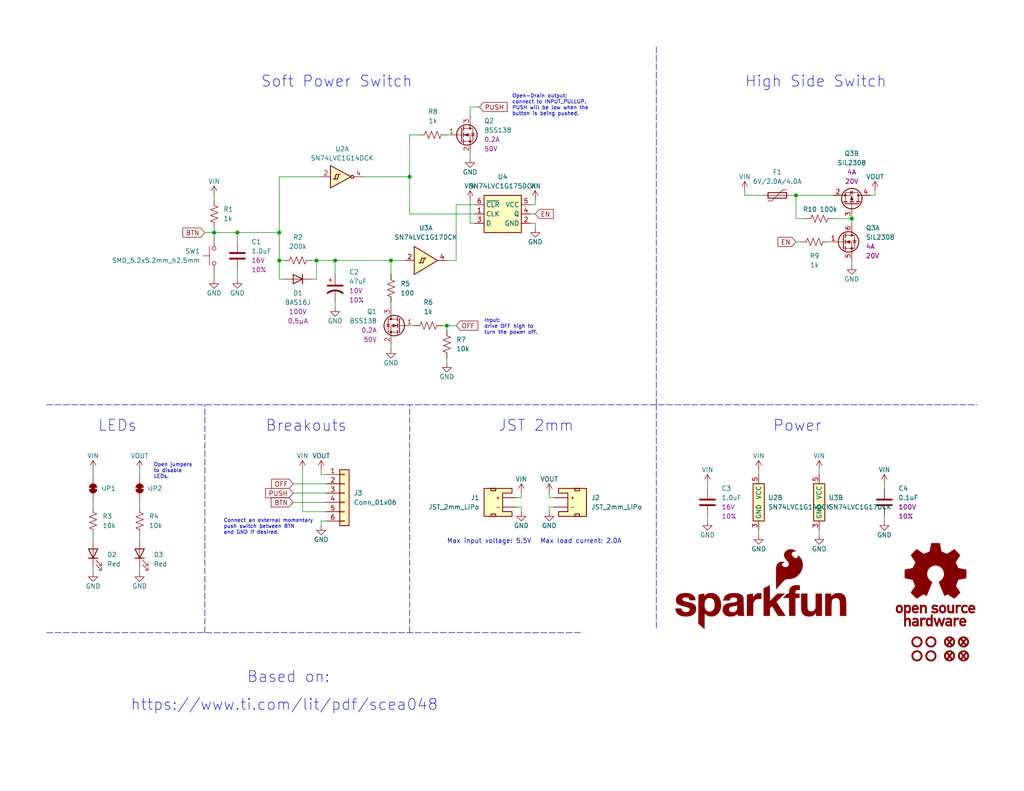
<source format=kicad_sch>
(kicad_sch (version 20231120) (generator "eeschema") (generator_version "8.0")
  (paper "USLetter")
  (title_block (title "SparkFun Soft Power Switch Mk2") (date "2024-09-30") (rev "v10") (comment 1 "Designed by: Paul Clark"))
  (lib_symbols
    (symbol "SparkFun-Aesthetic:Fiducial_0.5mm"
      (symbol "Fiducial_0.5mm_1_1"
        (text "x" (at 0 0.254 0) (effects (font (size 2.5 2.5) (bold yes))))
      )
    )
    (symbol "SparkFun-Aesthetic:OSHW_Logo" (pin_names (offset 1.016)) (in_bom no))
    (symbol "SparkFun-Aesthetic:SparkFun_Logo" (pin_names (offset 1.016)) (on_board no))
    (symbol "SparkFun-Capacitor:0.1uF_0603_100V_10%" (pin_numbers hide) (pin_names (offset 0.254))
      (property "Reference" "C" (at 0.635 2.54 0))
      (property "Value" "0.1uF" (at 0.635 -2.54 0))
      (property "Voltage" "100V" (at 0 -6.35 0))
      (property "Tolerance" "10%" (at 0 -8.89 0))
      (symbol "0.1uF_0603_100V_10%_1_1"
        (pin passive line (at 0 3.81 270) (length 2.794) (name "~") (number "1"))
        (pin passive line (at 0 -3.81 90) (length 2.794) (name "~") (number "2"))
      )
    )
    (symbol "SparkFun-Capacitor:1.0uF_0603_16V_10%" (pin_numbers hide) (pin_names (offset 0.254))
      (property "Reference" "C" (at 0.635 2.54 0))
      (property "Value" "1.0uF" (at 0.635 -2.54 0))
      (property "Voltage" "16V" (at 0 -6.35 0))
      (property "Tolerance" "10%" (at 0 -8.89 0))
      (symbol "1.0uF_0603_16V_10%_1_1"
        (pin passive line (at 0 3.81 270) (length 2.794) (name "~") (number "1"))
        (pin passive line (at 0 -3.81 90) (length 2.794) (name "~") (number "2"))
      )
    )
    (symbol "SparkFun-Capacitor:47uF_3528_10V_10%" (pin_numbers hide) (pin_names (offset 0.254) hide)
      (property "Reference" "C" (at 0.635 2.54 0))
      (property "Value" "47uF" (at 0.635 -2.54 0))
      (property "Voltage" "10V" (at 0 -7.62 0))
      (property "Tolerance" "10%" (at 0 -10.16 0))
      (symbol "47uF_3528_10V_10%_1_1"
        (pin passive line (at 0 3.81 270) (length 2.794) (name "~") (number "1"))
        (pin passive line (at 0 -3.81 90) (length 3.302) (name "~") (number "2"))
      )
    )
    (symbol "SparkFun-Connector:Conn_01x02_JST_2mm_LiPo" (pin_numbers hide) (pin_names (offset 1.016) hide)
      (property "Reference" "J" (at 0 5.08 0))
      (property "Value" "JST_2mm_LiPo" (at 0 -8.89 0))
      (symbol "Conn_01x02_JST_2mm_LiPo_1_1"
        (text "+" (at 0 0 0) (effects (font (size 1 1))))
        (text "-" (at 0 -2.54 0) (effects (font (size 1 1))))
        (pin passive line (at -5.08 -2.54 0) (length 3.81) (name "-") (number "1"))
        (pin passive line (at -5.08 0 0) (length 3.81) (name "+") (number "2"))
        (pin no_connect line (at 1.27 -1.27 0) (length 2.54) hide (name "NC1") (number "NC1"))
        (pin no_connect line (at 1.27 -1.27 0) (length 2.54) hide (name "NC2") (number "NC2"))
      )
    )
    (symbol "SparkFun-Connector:Conn_01x06" (pin_names (offset 1.016) hide)
      (property "Reference" "J" (at 0 7.62 0))
      (property "Value" "Conn_01x06" (at 0 -10.16 0))
      (symbol "Conn_01x06_1_1"
        (pin passive line (at -5.08 5.08 0) (length 3.81) (name "Pin_1") (number "1"))
        (pin passive line (at -5.08 2.54 0) (length 3.81) (name "Pin_2") (number "2"))
        (pin passive line (at -5.08 0 0) (length 3.81) (name "Pin_3") (number "3"))
        (pin passive line (at -5.08 -2.54 0) (length 3.81) (name "Pin_4") (number "4"))
        (pin passive line (at -5.08 -5.08 0) (length 3.81) (name "Pin_5") (number "5"))
        (pin passive line (at -5.08 -7.62 0) (length 3.81) (name "Pin_6") (number "6"))
      )
    )
    (symbol "SparkFun-DiscreteSemi:D_250mA_100V" (pin_numbers hide) (pin_names (offset 1.016) hide)
      (property "Reference" "D" (at 0 2.54 0))
      (property "Value" "BAS16J" (at 0 -2.54 0))
      (property "VMax" "100V" (at 0 -5.08 0))
      (property "IRev" "0.5μA" (at 0 -7.62 0))
      (symbol "D_250mA_100V_1_1"
        (pin passive line (at 3.81 0 180) (length 2.54) (name "A") (number "A"))
        (pin passive line (at -3.81 0 0) (length 2.54) (name "C") (number "C"))
      )
    )
    (symbol "SparkFun-DiscreteSemi:Q_NMOS_0.2A_50V" (pin_names (offset 0) hide)
      (property "Reference" "Q" (at 5.08 1.27 0))
      (property "Value" "BSS138" (at 5.08 -1.27 0))
      (property "IMax" "0.2A" (at 7.62 -3.81 0))
      (property "VMax" "50V" (at 7.62 -6.35 0))
      (symbol "Q_NMOS_0.2A_50V_1_1"
        (pin input line (at -2.54 0 0) (length 0) (name "G") (number "1"))
        (pin passive line (at 2.54 -5.08 90) (length 2.54) (name "S") (number "2"))
        (pin passive line (at 2.54 5.08 270) (length 2.54) (name "D") (number "3"))
      )
    )
    (symbol "SparkFun-DiscreteSemi:Q_NPMOS_DUAL_4A_20V" (pin_names hide)
      (property "Reference" "Q" (at 5.08 1.905 0))
      (property "Value" "SIL2308" (at 5.08 0 0))
      (property "IMax" "4A" (at 6.35 -2.54 0))
      (property "VMax" "20V" (at 7.62 -5.08 0))
      (symbol "Q_NPMOS_DUAL_4A_20V_1_1"
        (pin input line (at -2.54 0 0) (length 0) (name "G") (number "1"))
        (pin passive line (at 2.54 -5.08 90) (length 2.54) (name "S") (number "5"))
        (pin passive line (at 2.54 5.08 270) (length 2.54) (name "D") (number "6"))
      )
      (symbol "Q_NPMOS_DUAL_4A_20V_2_1"
        (pin passive line (at 2.54 -5.08 90) (length 2.54) (name "1") (number "2"))
        (pin input line (at -2.54 0 0) (length 0) (name "G") (number "3"))
        (pin passive line (at 2.54 5.08 270) (length 2.54) (name "D") (number "4"))
      )
    )
    (symbol "SparkFun-Fuse:Fuse 6V/2.0A/4.0A" (pin_numbers hide) (pin_names (offset 0))
      (property "Reference" "F" (at 0 2.54 0))
      (property "Value" "6V/2.0A/4.0A" (at 0 -2.54 0))
      (symbol "Fuse 6V/2.0A/4.0A_1_1"
        (pin passive line (at 3.81 0 180) (length 1.27) (name "~") (number "1"))
        (pin passive line (at -3.81 0 0) (length 1.27) (name "~") (number "2"))
      )
    )
    (symbol "SparkFun-Hardware:Standoff")
    (symbol "SparkFun-IC-Logic:74LVC1G14"
      (property "Reference" "U" (at 2.54 3.81 0))
      (property "Value" "SN74LVC1G14DCK" (at 2.54 -3.81 0))
      (symbol "74LVC1G14_1_1"
        (pin input line (at -6.35 0 0) (length 2.54) (name "~") (number "2"))
        (pin output line (at 5.08 0 180) (length 2.54) (name "~") (number "4"))
      )
      (symbol "74LVC1G14_2_1"
        (pin power_in line (at 0 -7.62 90) (length 2.54) (name "GND") (number "3"))
        (pin power_in line (at 0 7.62 270) (length 2.54) (name "VCC") (number "5"))
      )
    )
    (symbol "SparkFun-IC-Logic:74LVC1G17"
      (property "Reference" "U" (at 1.905 2.54 0))
      (property "Value" "SN74LVC1G17DCK" (at 1.905 -2.54 0))
      (symbol "74LVC1G17_1_1"
        (pin input line (at -6.35 0 0) (length 2.54) (name "~") (number "2"))
        (pin output line (at 5.08 0 180) (length 2.54) (name "~") (number "4"))
      )
      (symbol "74LVC1G17_2_1"
        (pin power_in line (at 0 -7.62 90) (length 2.54) (name "GND") (number "3"))
        (pin power_in line (at 0 7.62 270) (length 2.54) (name "VCC") (number "5"))
      )
    )
    (symbol "SparkFun-IC-Logic:74LVC1G175"
      (property "Reference" "U" (at 0 8.89 0))
      (property "Value" "SN74LVC1G175DCK" (at 0 6.35 0))
      (symbol "74LVC1G175_1_1"
        (pin input line (at -7.62 0 0) (length 2.54) (name "CLK") (number "1"))
        (pin power_in line (at 7.62 -2.54 180) (length 2.54) (name "GND") (number "2"))
        (pin input line (at -7.62 -2.54 0) (length 2.54) (name "D") (number "3"))
        (pin output line (at 7.62 0 180) (length 2.54) (name "Q") (number "4"))
        (pin power_in line (at 7.62 2.54 180) (length 2.54) (name "VCC") (number "5"))
        (pin input line (at -7.62 2.54 0) (length 2.54) (name "~{CLR}") (number "6"))
      )
    )
    (symbol "SparkFun-Jumper:SolderJumper_2_Bridged" (pin_numbers hide) (pin_names (offset 0) hide)
      (property "Reference" "JP" (at 0 2.032 0))
      (property "Value" "~" (at 0 -2.54 0))
      (symbol "SolderJumper_2_Bridged_1_1"
        (pin passive line (at -3.81 0 0) (length 2.54) (name "A") (number "1"))
        (pin passive line (at 3.81 0 180) (length 2.54) (name "B") (number "2"))
      )
    )
    (symbol "SparkFun-LED:LED_Red_0603" (pin_numbers hide) (pin_names (offset 1.016) hide)
      (property "Reference" "D" (at 0 2.54 0))
      (property "Value" "Red" (at 0 -2.54 0))
      (symbol "LED_Red_0603_1_1"
        (pin passive line (at -3.81 0 0) (length 2.54) (name "K") (number "1"))
        (pin passive line (at 3.81 0 180) (length 2.54) (name "A") (number "2"))
      )
    )
    (symbol "SparkFun-PowerSymbol:GND" (power) (pin_names (offset 0))
      (property "Value" "GND" (at 0 -3.81 0))
      (symbol "GND_1_1"
        (pin power_in line (at 0 0 270) (length 0) hide (name "GND") (number "1"))
      )
    )
    (symbol "SparkFun-PowerSymbol:VIN" (power) (pin_names (offset 0))
      (property "Value" "VIN" (at 0 3.81 0))
      (symbol "VIN_1_1"
        (pin power_in line (at 0 0 90) (length 0) hide (name "VIN") (number "1"))
      )
    )
    (symbol "SparkFun-PowerSymbol:VOUT" (power) (pin_names (offset 0))
      (property "Value" "VOUT" (at 0 3.81 0))
      (symbol "VOUT_1_1"
        (pin power_in line (at 0 0 90) (length 0) hide (name "VOUT") (number "1"))
      )
    )
    (symbol "SparkFun-Resistor:100_0603" (pin_numbers hide) (pin_names (offset 0))
      (property "Reference" "R" (at 0 -2.54 0))
      (property "Value" "100" (at 0 2.54 0))
      (symbol "100_0603_1_1"
        (pin passive line (at 3.81 0 180) (length 1.27) (name "~") (number "1"))
        (pin passive line (at -3.81 0 0) (length 1.27) (name "~") (number "2"))
      )
    )
    (symbol "SparkFun-Resistor:100k_0603" (pin_numbers hide) (pin_names (offset 0))
      (property "Reference" "R" (at 0 -2.54 0))
      (property "Value" "100k" (at 0 2.54 0))
      (symbol "100k_0603_1_1"
        (pin passive line (at 3.81 0 180) (length 1.27) (name "~") (number "1"))
        (pin passive line (at -3.81 0 0) (length 1.27) (name "~") (number "2"))
      )
    )
    (symbol "SparkFun-Resistor:10k_0603" (pin_numbers hide) (pin_names (offset 0))
      (property "Reference" "R" (at 0 -2.54 0))
      (property "Value" "10k" (at 0 2.54 0))
      (symbol "10k_0603_1_1"
        (pin passive line (at 3.81 0 180) (length 1.27) (name "~") (number "1"))
        (pin passive line (at -3.81 0 0) (length 1.27) (name "~") (number "2"))
      )
    )
    (symbol "SparkFun-Resistor:1k_0603" (pin_numbers hide) (pin_names (offset 0))
      (property "Reference" "R" (at 0 -2.54 0))
      (property "Value" "1k" (at 0 2.54 0))
      (symbol "1k_0603_1_1"
        (pin passive line (at 3.81 0 180) (length 1.27) (name "~") (number "1"))
        (pin passive line (at -3.81 0 0) (length 1.27) (name "~") (number "2"))
      )
    )
    (symbol "SparkFun-Resistor:200k_0603" (pin_numbers hide) (pin_names (offset 0))
      (property "Reference" "R" (at 0 -2.54 0))
      (property "Value" "200k" (at 0 2.54 0))
      (symbol "200k_0603_1_1"
        (pin passive line (at 3.81 0 180) (length 1.27) (name "~") (number "1"))
        (pin passive line (at -3.81 0 0) (length 1.27) (name "~") (number "2"))
      )
    )
    (symbol "SparkFun-Switch:SPST_Push_SMD_5.2x5.2mm_h2.5mm" (pin_numbers hide) (pin_names (offset 0) hide)
      (property "Reference" "SW" (at 0 5.08 0))
      (property "Value" "SMD_5.2x5.2mm_h2.5mm" (at 0 -2.54 0))
      (symbol "SPST_Push_SMD_5.2x5.2mm_h2.5mm_0_1"
        (pin passive line (at -5.08 0 0) (length 2.54) (name "1") (number "1"))
      )
      (symbol "SPST_Push_SMD_5.2x5.2mm_h2.5mm_1_1"
        (pin passive line (at 5.08 0 180) (length 2.54) (name "2") (number "2"))
      )
    )
  )
  (junction (at 111.76 48.26))
  (junction (at 86.36 71.12))
  (junction (at 58.42 63.5))
  (junction (at 91.44 71.12))
  (junction (at 232.41 59.69))
  (junction (at 76.2 71.12))
  (junction (at 121.92 88.9))
  (junction (at 64.77 63.5))
  (junction (at 217.17 53.34))
  (junction (at 76.2 63.5))
  (junction (at 106.68 71.12))
  (wire (pts (xy 241.3 132.08) (xy 241.3 133.35)))
  (wire (pts (xy 106.68 93.98) (xy 106.68 95.25)))
  (wire (pts (xy 120.65 88.9) (xy 121.92 88.9)))
  (wire (pts (xy 217.17 59.69) (xy 217.17 53.34)))
  (wire (pts (xy 232.41 71.12) (xy 232.41 72.39)))
  (wire (pts (xy 106.68 71.12) (xy 110.49 71.12)))
  (wire (pts (xy 38.1 128.27) (xy 38.1 129.54)))
  (wire (pts (xy 238.76 52.07) (xy 238.76 53.34)))
  (wire (pts (xy 140.97 135.89) (xy 142.24 135.89)))
  (wire (pts (xy 227.33 59.69) (xy 232.41 59.69)))
  (wire (pts (xy 130.81 29.21) (xy 128.27 29.21)))
  (polyline (pts (xy 179.07 171.45) (xy 179.07 110.49)) (stroke (width 0) (type dash)))
  (polyline (pts (xy 12.7 110.49) (xy 266.7 110.49)) (stroke (width 0) (type dash)))
  (polyline (pts (xy 55.88 172.72) (xy 55.88 110.49)) (stroke (width 0) (type dash)))
  (wire (pts (xy 58.42 53.34) (xy 58.42 54.61)))
  (wire (pts (xy 85.09 71.12) (xy 86.36 71.12)))
  (wire (pts (xy 58.42 63.5) (xy 64.77 63.5)))
  (wire (pts (xy 129.54 60.96) (xy 128.27 60.96)))
  (wire (pts (xy 144.78 55.88) (xy 146.05 55.88)))
  (wire (pts (xy 64.77 73.66) (xy 64.77 76.2)))
  (wire (pts (xy 121.92 36.83) (xy 123.19 36.83)))
  (wire (pts (xy 58.42 62.23) (xy 58.42 63.5)))
  (wire (pts (xy 217.17 53.34) (xy 227.33 53.34)))
  (wire (pts (xy 219.71 59.69) (xy 217.17 59.69)))
  (wire (pts (xy 64.77 66.04) (xy 64.77 63.5)))
  (wire (pts (xy 91.44 71.12) (xy 106.68 71.12)))
  (polyline (pts (xy 12.7 172.72) (xy 158.75 172.72)) (stroke (width 0) (type dash)))
  (wire (pts (xy 151.13 138.43) (xy 149.86 138.43)))
  (wire (pts (xy 223.52 144.78) (xy 223.52 146.05)))
  (wire (pts (xy 241.3 140.97) (xy 241.3 142.24)))
  (wire (pts (xy 91.44 74.93) (xy 91.44 71.12)))
  (wire (pts (xy 25.4 154.94) (xy 25.4 156.21)))
  (wire (pts (xy 99.06 48.26) (xy 111.76 48.26)))
  (wire (pts (xy 128.27 41.91) (xy 128.27 43.18)))
  (wire (pts (xy 76.2 63.5) (xy 64.77 63.5)))
  (wire (pts (xy 111.76 58.42) (xy 129.54 58.42)))
  (wire (pts (xy 87.63 48.26) (xy 76.2 48.26)))
  (wire (pts (xy 149.86 134.62) (xy 149.86 135.89)))
  (wire (pts (xy 86.36 76.2) (xy 86.36 71.12)))
  (wire (pts (xy 80.01 132.08) (xy 88.9 132.08)))
  (wire (pts (xy 88.9 129.54) (xy 87.63 129.54)))
  (wire (pts (xy 77.47 76.2) (xy 76.2 76.2)))
  (wire (pts (xy 144.78 60.96) (xy 146.05 60.96)))
  (wire (pts (xy 121.92 90.17) (xy 121.92 88.9)))
  (wire (pts (xy 217.17 66.04) (xy 218.44 66.04)))
  (wire (pts (xy 193.04 140.97) (xy 193.04 142.24)))
  (wire (pts (xy 88.9 139.7) (xy 82.55 139.7)))
  (wire (pts (xy 215.9 53.34) (xy 217.17 53.34)))
  (wire (pts (xy 111.76 48.26) (xy 111.76 58.42)))
  (wire (pts (xy 207.01 144.78) (xy 207.01 146.05)))
  (wire (pts (xy 76.2 71.12) (xy 76.2 63.5)))
  (wire (pts (xy 128.27 29.21) (xy 128.27 31.75)))
  (wire (pts (xy 55.88 63.5) (xy 58.42 63.5)))
  (wire (pts (xy 111.76 88.9) (xy 113.03 88.9)))
  (wire (pts (xy 146.05 54.61) (xy 146.05 55.88)))
  (wire (pts (xy 232.41 58.42) (xy 232.41 59.69)))
  (wire (pts (xy 25.4 137.16) (xy 25.4 138.43)))
  (wire (pts (xy 86.36 71.12) (xy 91.44 71.12)))
  (wire (pts (xy 88.9 142.24) (xy 87.63 142.24)))
  (wire (pts (xy 149.86 135.89) (xy 151.13 135.89)))
  (wire (pts (xy 38.1 154.94) (xy 38.1 156.21)))
  (wire (pts (xy 124.46 71.12) (xy 124.46 55.88)))
  (wire (pts (xy 76.2 76.2) (xy 76.2 71.12)))
  (wire (pts (xy 111.76 36.83) (xy 111.76 48.26)))
  (wire (pts (xy 106.68 82.55) (xy 106.68 83.82)))
  (wire (pts (xy 193.04 132.08) (xy 193.04 133.35)))
  (wire (pts (xy 144.78 58.42) (xy 146.05 58.42)))
  (wire (pts (xy 208.28 53.34) (xy 203.2 53.34)))
  (wire (pts (xy 25.4 146.05) (xy 25.4 147.32)))
  (wire (pts (xy 85.09 76.2) (xy 86.36 76.2)))
  (wire (pts (xy 91.44 82.55) (xy 91.44 83.82)))
  (wire (pts (xy 146.05 60.96) (xy 146.05 62.23)))
  (wire (pts (xy 76.2 48.26) (xy 76.2 63.5)))
  (wire (pts (xy 38.1 137.16) (xy 38.1 138.43)))
  (wire (pts (xy 80.01 137.16) (xy 88.9 137.16)))
  (wire (pts (xy 58.42 64.77) (xy 58.42 63.5)))
  (wire (pts (xy 232.41 59.69) (xy 232.41 60.96)))
  (wire (pts (xy 114.3 36.83) (xy 111.76 36.83)))
  (wire (pts (xy 76.2 71.12) (xy 77.47 71.12)))
  (polyline (pts (xy 179.07 110.49) (xy 179.07 12.7)) (stroke (width 0) (type dash)))
  (wire (pts (xy 121.92 97.79) (xy 121.92 99.06)))
  (wire (pts (xy 223.52 128.27) (xy 223.52 129.54)))
  (wire (pts (xy 149.86 138.43) (xy 149.86 139.7)))
  (wire (pts (xy 140.97 138.43) (xy 142.24 138.43)))
  (wire (pts (xy 87.63 142.24) (xy 87.63 143.51)))
  (wire (pts (xy 142.24 134.62) (xy 142.24 135.89)))
  (wire (pts (xy 203.2 53.34) (xy 203.2 52.07)))
  (wire (pts (xy 237.49 53.34) (xy 238.76 53.34)))
  (polyline (pts (xy 111.76 172.72) (xy 111.76 110.49)) (stroke (width 0) (type dash)))
  (wire (pts (xy 124.46 55.88) (xy 129.54 55.88)))
  (wire (pts (xy 128.27 54.61) (xy 128.27 60.96)))
  (wire (pts (xy 38.1 146.05) (xy 38.1 147.32)))
  (wire (pts (xy 58.42 74.93) (xy 58.42 76.2)))
  (wire (pts (xy 121.92 88.9) (xy 124.46 88.9)))
  (wire (pts (xy 82.55 128.27) (xy 82.55 139.7)))
  (wire (pts (xy 226.06 66.04) (xy 227.33 66.04)))
  (wire (pts (xy 87.63 128.27) (xy 87.63 129.54)))
  (wire (pts (xy 25.4 128.27) (xy 25.4 129.54)))
  (wire (pts (xy 106.68 74.93) (xy 106.68 71.12)))
  (wire (pts (xy 142.24 138.43) (xy 142.24 139.7)))
  (wire (pts (xy 80.01 134.62) (xy 88.9 134.62)))
  (wire (pts (xy 207.01 128.27) (xy 207.01 129.54)))
  (wire (pts (xy 121.92 71.12) (xy 124.46 71.12)))
  (text "Connect an external momentary\npush switch between BTN\nand GND if desired." (at 60.96 146.05 0) (effects (font (size 1 1)) (justify left bottom)))
  (text "High Side Switch" (at 203.2 24.13 0) (effects (font (size 3 3)) (justify left bottom)))
  (text "Soft Power Switch" (at 71.12 24.13 0) (effects (font (size 3 3)) (justify left bottom)))
  (text "Open jumpers\nto disable\nLEDs." (at 41.91 130.81 0) (effects (font (size 1 1)) (justify left bottom)))
  (text "Breakouts" (at 72.39 118.11 0) (effects (font (size 3 3)) (justify left bottom)))
  (text "Open-Drain output:\nconnect to INPUT_PULLUP.\nPUSH will be low when the\nbutton is being pushed." (at 139.7 31.75 0) (effects (font (size 1 1)) (justify left bottom)))
  (text "Input:\ndrive OFF high to\nturn the power off." (at 132.08 91.44 0) (effects (font (size 1 1)) (justify left bottom)))
  (text "Max load current: 2.0A" (at 147.32 148.59 0) (effects (font (size 1.27 1.27)) (justify left bottom)))
  (text "Max input voltage: 5.5V" (at 121.92 148.59 0) (effects (font (size 1.27 1.27)) (justify left bottom)))
  (text "Power" (at 210.82 118.11 0) (effects (font (size 3 3)) (justify left bottom)))
  (text "LEDs" (at 26.67 118.11 0) (effects (font (size 3 3)) (justify left bottom)))
  (text "https://www.ti.com/lit/pdf/scea048" (at 35.56 194.31 0) (effects (font (size 3 3)) (justify left bottom)))
  (text "JST 2mm" (at 135.89 118.11 0) (effects (font (size 3 3)) (justify left bottom)))
  (text "Based on:" (at 67.31 186.69 0) (effects (font (size 3 3)) (justify left bottom)))
  (global_label "PUSH" (shape input) (at 80.01 134.62 180) (property "Intersheetrefs" "${INTERSHEET_REFS}" (effects (hide yes))))
  (global_label "PUSH" (shape input) (at 130.81 29.21 0) (property "Intersheetrefs" "${INTERSHEET_REFS}" (effects (hide yes))))
  (global_label "EN" (shape input) (at 217.17 66.04 180) (property "Intersheetrefs" "${INTERSHEET_REFS}" (effects (hide yes))))
  (global_label "EN" (shape input) (at 146.05 58.42 0) (property "Intersheetrefs" "${INTERSHEET_REFS}" (effects (hide yes))))
  (global_label "BTN" (shape input) (at 55.88 63.5 180) (property "Intersheetrefs" "${INTERSHEET_REFS}" (effects (hide yes))))
  (global_label "OFF" (shape input) (at 80.01 132.08 180) (property "Intersheetrefs" "${INTERSHEET_REFS}" (effects (hide yes))))
  (global_label "BTN" (shape input) (at 80.01 137.16 180) (property "Intersheetrefs" "${INTERSHEET_REFS}" (effects (hide yes))))
  (global_label "OFF" (shape input) (at 124.46 88.9 0) (property "Intersheetrefs" "${INTERSHEET_REFS}" (effects (hide yes))))
  (symbol (lib_id "SparkFun-Hardware:Standoff") (at 250.19 179.07 0) (unit 1)
    (property "Reference" "ST2" (effects (hide yes)))
    (property "Value" "Standoff" (effects (hide yes)))
    (property "Footprint" "SparkFun-Hardware:Standoff" (effects (hide yes)))
    (property "Description" "Drill holes for mechanically mounting via screws, standoffs, etc." (effects (hide yes)))
  )
  (symbol (lib_id "SparkFun-PowerSymbol:VOUT") (at 87.63 128.27 0) (unit 1)
    (property "Reference" "#PWR027" (effects (hide yes)))
    (property "Value" "VOUT" (at 87.63 124.46 0))
    (property "Description" "Power symbol creates a global label with name \"VOUT\"" (effects (hide yes)))
  )
  (symbol (lib_id "SparkFun-Resistor:1k_0603") (at 222.25 66.04 0) (unit 1)
    (property "Reference" "R9" (at 222.25 69.85 0))
    (property "Value" "1k" (at 222.25 72.39 0))
    (property "Footprint" "SparkFun-Resistor:R_0603_1608Metric" (effects (hide yes)))
    (property "Datasheet" "https://www.vishay.com/docs/20035/dcrcwe3.pdf" (effects (hide yes)))
    (property "Description" "Resistor" (effects (hide yes)))
    (property "PROD_ID" "RES-07856" (effects (hide yes)))
  )
  (symbol (lib_id "SparkFun-Resistor:10k_0603") (at 121.92 93.98 90) (unit 1)
    (property "Reference" "R7" (at 124.46 92.71 90) (effects (justify right)))
    (property "Value" "10k" (at 124.46 95.25 90) (effects (justify right)))
    (property "Footprint" "SparkFun-Resistor:R_0603_1608Metric" (effects (hide yes)))
    (property "Datasheet" "https://www.vishay.com/docs/20035/dcrcwe3.pdf" (effects (hide yes)))
    (property "Description" "Resistor" (effects (hide yes)))
    (property "PROD_ID" "RES-00824" (effects (hide yes)))
  )
  (symbol (lib_id "SparkFun-DiscreteSemi:Q_NMOS_0.2A_50V") (at 125.73 36.83 0) (unit 1)
    (property "Reference" "Q2" (at 132.08 33.02 0) (effects (justify left)))
    (property "Value" "BSS138" (at 132.08 35.56 0) (effects (justify left)))
    (property "Footprint" "SparkFun-Semiconductor-Standard:SOT23-3" (effects (hide yes)))
    (property "Datasheet" "https://cdn.sparkfun.com/datasheets/BreakoutBoards/BSS138.pdf" (effects (hide yes)))
    (property "Description" "N-MOSFET transistor, drain/gate/source" (effects (hide yes)))
    (property "PROD_ID" "TRANS-00830" (effects (hide yes)))
    (property "IMax" "0.2A" (at 132.08 38.1 0) (effects (justify left)))
    (property "VMax" "50V" (at 132.08 40.64 0) (effects (justify left)))
  )
  (symbol (lib_id "SparkFun-Resistor:1k_0603") (at 58.42 58.42 90) (unit 1)
    (property "Reference" "R1" (at 60.96 57.15 90) (effects (justify right)))
    (property "Value" "1k" (at 60.96 59.69 90) (effects (justify right)))
    (property "Footprint" "SparkFun-Resistor:R_0603_1608Metric" (effects (hide yes)))
    (property "Datasheet" "https://www.vishay.com/docs/20035/dcrcwe3.pdf" (effects (hide yes)))
    (property "Description" "Resistor" (effects (hide yes)))
    (property "PROD_ID" "RES-07856" (effects (hide yes)))
  )
  (symbol (lib_id "SparkFun-Resistor:1k_0603") (at 118.11 36.83 180) (unit 1)
    (property "Reference" "R8" (at 118.11 30.48 0))
    (property "Value" "1k" (at 118.11 33.02 0))
    (property "Footprint" "SparkFun-Resistor:R_0603_1608Metric" (effects (hide yes)))
    (property "Datasheet" "https://www.vishay.com/docs/20035/dcrcwe3.pdf" (effects (hide yes)))
    (property "Description" "Resistor" (effects (hide yes)))
    (property "PROD_ID" "RES-07856" (effects (hide yes)))
  )
  (symbol (lib_id "SparkFun-PowerSymbol:GND") (at 25.4 156.21 0) (unit 1)
    (property "Reference" "#PWR014" (effects (hide yes)))
    (property "Value" "GND" (at 25.4 160.02 0))
    (property "Description" "Power symbol creates a global label with name \"GND\" , ground" (effects (hide yes)))
  )
  (symbol (lib_id "SparkFun-Jumper:SolderJumper_2_Bridged") (at 25.4 133.35 90) (unit 1)
    (property "Reference" "JP1" (at 27.94 133.35 90) (effects (justify right)))
    (property "Value" "~" (at 27.94 133.35 0))
    (property "Footprint" "SparkFun-Jumper:Jumper_2_NC_Trace" (effects (hide yes)))
    (property "Description" "Solder Jumper, 2-pole, closed/bridged" (effects (hide yes)))
  )
  (symbol (lib_id "SparkFun-PowerSymbol:VIN") (at 58.42 53.34 0) (unit 1)
    (property "Reference" "#PWR017" (effects (hide yes)))
    (property "Value" "VIN" (at 58.42 49.53 0))
    (property "Description" "Power symbol creates a global label with name \"VIN\"" (effects (hide yes)))
  )
  (symbol (lib_id "SparkFun-IC-Logic:74LVC1G175") (at 137.16 58.42 0) (unit 1)
    (property "Reference" "U4" (at 137.16 48.26 0))
    (property "Value" "SN74LVC1G175DCK" (at 137.16 50.8 0))
    (property "Footprint" "SparkFun-Semiconductor-Standard:SOT-323" (effects (hide yes)))
    (property "Datasheet" "https://www.ti.com/lit/gpn/SN74LVC1G175" (effects (hide yes)))
    (property "Description" "Single D-Type Flip-Flop With Asynchronous Clear, 1.65V to 5.5V, SOT-323 (SC70)" (effects (hide yes)))
    (property "PROD_ID" "IC-21905" (effects (hide yes)))
  )
  (symbol (lib_id "SparkFun-PowerSymbol:VIN") (at 203.2 52.07 0) (unit 1)
    (property "Reference" "#PWR030" (effects (hide yes)))
    (property "Value" "VIN" (at 203.2 48.26 0))
    (property "Description" "Power symbol creates a global label with name \"VIN\"" (effects (hide yes)))
  )
  (symbol (lib_id "SparkFun-PowerSymbol:VIN") (at 146.05 54.61 0) (unit 1)
    (property "Reference" "#PWR025" (effects (hide yes)))
    (property "Value" "VIN" (at 146.05 50.8 0))
    (property "Description" "Power symbol creates a global label with name \"VIN\"" (effects (hide yes)))
  )
  (symbol (lib_id "SparkFun-PowerSymbol:GND") (at 87.63 143.51 0) (unit 1)
    (property "Reference" "#PWR029" (effects (hide yes)))
    (property "Value" "GND" (at 87.63 147.32 0))
    (property "Description" "Power symbol creates a global label with name \"GND\" , ground" (effects (hide yes)))
  )
  (symbol (lib_id "SparkFun-PowerSymbol:VIN") (at 82.55 128.27 0) (unit 1)
    (property "Reference" "#PWR028" (effects (hide yes)))
    (property "Value" "VIN" (at 82.55 124.46 0))
    (property "Description" "Power symbol creates a global label with name \"VIN\"" (effects (hide yes)))
  )
  (symbol (lib_id "SparkFun-PowerSymbol:VOUT") (at 38.1 128.27 0) (unit 1)
    (property "Reference" "#PWR016" (effects (hide yes)))
    (property "Value" "VOUT" (at 38.1 124.46 0))
    (property "Description" "Power symbol creates a global label with name \"VOUT\"" (effects (hide yes)))
  )
  (symbol (lib_id "SparkFun-IC-Logic:74LVC1G14") (at 207.01 137.16 0) (unit 2)
    (property "Reference" "U2" (at 209.55 135.89 0) (effects (justify left)))
    (property "Value" "SN74LVC1G14DCK" (at 209.55 138.43 0) (effects (justify left)))
    (property "Footprint" "SparkFun-Semiconductor-Standard:SOT-353" (effects (hide yes)))
    (property "Datasheet" "https://www.ti.com/lit/gpn/SN74LVC1G14" (effects (hide yes)))
    (property "Description" "Single Schmitt-Trigger Inverter, Low-Voltage CMOS, 1.65V to 5.5V, SOT-353 (SC70)" (effects (hide yes)))
    (property "PROD_ID" "IC-21903" (effects (hide yes)))
  )
  (symbol (lib_id "SparkFun-PowerSymbol:GND") (at 146.05 62.23 0) (unit 1)
    (property "Reference" "#PWR024" (effects (hide yes)))
    (property "Value" "GND" (at 146.05 66.04 0))
    (property "Description" "Power symbol creates a global label with name \"GND\" , ground" (effects (hide yes)))
  )
  (symbol (lib_id "SparkFun-IC-Logic:74LVC1G17") (at 223.52 137.16 0) (unit 2)
    (property "Reference" "U3" (at 226.06 135.89 0) (effects (justify left)))
    (property "Value" "SN74LVC1G17DCK" (at 226.06 138.43 0) (effects (justify left)))
    (property "Footprint" "SparkFun-Semiconductor-Standard:SOT-353" (effects (hide yes)))
    (property "Datasheet" "https://www.ti.com/lit/gpn/SN74LVC1G17" (effects (hide yes)))
    (property "Description" "Single Schmitt-Trigger Buffer, Low-Voltage CMOS, 1.65V to 5.5V, SOT-353 (SC70)" (effects (hide yes)))
    (property "PROD_ID" "IC-21904" (effects (hide yes)))
  )
  (symbol (lib_id "SparkFun-PowerSymbol:GND") (at 64.77 76.2 0) (unit 1)
    (property "Reference" "#PWR020" (effects (hide yes)))
    (property "Value" "GND" (at 64.77 80.01 0))
    (property "Description" "Power symbol creates a global label with name \"GND\" , ground" (effects (hide yes)))
  )
  (symbol (lib_id "SparkFun-DiscreteSemi:D_250mA_100V") (at 81.28 76.2 0) (mirror y) (unit 1)
    (property "Reference" "D1" (at 81.28 80.01 0))
    (property "Value" "BAS16J" (at 81.28 82.55 0))
    (property "Footprint" "SparkFun-Semiconductor-Standard:SOD-323" (effects (hide yes)))
    (property "Datasheet" "https://assets.nexperia.com/documents/data-sheet/BAS16J.pdf" (effects (hide yes)))
    (property "Description" "Diode" (effects (hide yes)))
    (property "PROD_ID" "DIO-09646" (effects (hide yes)))
    (property "VMax" "100V" (at 81.28 85.09 0))
    (property "IRev" "0.5μA" (at 81.28 87.63 0))
  )
  (symbol (lib_id "SparkFun-Capacitor:47uF_3528_10V_10%") (at 91.44 78.74 0) (unit 1)
    (property "Reference" "C2" (at 95.25 74.2949 0) (effects (justify left)))
    (property "Value" "47uF" (at 95.25 76.8349 0) (effects (justify left)))
    (property "Footprint" "SparkFun-Capacitor:EIA-3528" (effects (hide yes)))
    (property "Datasheet" "https://www.vishay.com/docs/40002/293d.pdf" (effects (hide yes)))
    (property "Description" "Polarized tantalum capacitor" (effects (hide yes)))
    (property "PROD_ID" "CAP-08310" (effects (hide yes)))
    (property "Voltage" "10V" (at 95.25 79.3749 0) (effects (justify left)))
    (property "Tolerance" "10%" (at 95.25 81.9149 0) (effects (justify left)))
  )
  (symbol (lib_id "SparkFun-PowerSymbol:VOUT") (at 149.86 134.62 0) (unit 1)
    (property "Reference" "#PWR02" (effects (hide yes)))
    (property "Value" "VOUT" (at 149.86 130.81 0))
    (property "Description" "Power symbol creates a global label with name \"VOUT\"" (effects (hide yes)))
  )
  (symbol (lib_id "SparkFun-Hardware:Standoff") (at 254 179.07 0) (unit 1)
    (property "Reference" "ST4" (effects (hide yes)))
    (property "Value" "Standoff" (effects (hide yes)))
    (property "Footprint" "SparkFun-Hardware:Standoff" (effects (hide yes)))
    (property "Description" "Drill holes for mechanically mounting via screws, standoffs, etc." (effects (hide yes)))
  )
  (symbol (lib_id "SparkFun-PowerSymbol:GND") (at 121.92 99.06 0) (unit 1)
    (property "Reference" "#PWR023" (effects (hide yes)))
    (property "Value" "GND" (at 121.92 102.87 0))
    (property "Description" "Power symbol creates a global label with name \"GND\" , ground" (effects (hide yes)))
  )
  (symbol (lib_id "SparkFun-PowerSymbol:VIN") (at 223.52 128.27 0) (unit 1)
    (property "Reference" "#PWR09" (effects (hide yes)))
    (property "Value" "VIN" (at 223.52 124.46 0))
    (property "Description" "Power symbol creates a global label with name \"VIN\"" (effects (hide yes)))
  )
  (symbol (lib_id "SparkFun-Capacitor:1.0uF_0603_16V_10%") (at 64.77 69.85 0) (unit 1)
    (property "Reference" "C1" (at 68.58 66.04 0) (effects (justify left)))
    (property "Value" "1.0uF" (at 68.58 68.58 0) (effects (justify left)))
    (property "Footprint" "SparkFun-Capacitor:C_0603_1608Metric" (effects (hide yes)))
    (property "Datasheet" "https://cdn.sparkfun.com/assets/8/a/4/a/5/Kemet_Capacitor_Datasheet.pdf" (effects (hide yes)))
    (property "Description" "Unpolarized capacitor" (effects (hide yes)))
    (property "PROD_ID" "CAP-13930" (effects (hide yes)))
    (property "Voltage" "16V" (at 68.58 71.12 0) (effects (justify left)))
    (property "Tolerance" "10%" (at 68.58 73.66 0) (effects (justify left)))
  )
  (symbol (lib_id "SparkFun-Aesthetic:SparkFun_Logo") (at 207.01 165.1 0) (unit 1) (on_board no)
    (property "Reference" "G1" (effects (hide yes)))
    (property "Value" "SparkFun_Logo" (effects (hide yes)))
  )
  (symbol (lib_id "SparkFun-PowerSymbol:GND") (at 58.42 76.2 0) (unit 1)
    (property "Reference" "#PWR019" (effects (hide yes)))
    (property "Value" "GND" (at 58.42 80.01 0))
    (property "Description" "Power symbol creates a global label with name \"GND\" , ground" (effects (hide yes)))
  )
  (symbol (lib_id "SparkFun-Connector:Conn_01x06") (at 93.98 134.62 0) (unit 1)
    (property "Reference" "J3" (at 96.52 134.62 0) (effects (justify left)))
    (property "Value" "Conn_01x06" (at 96.52 137.16 0) (effects (justify left)))
    (property "Footprint" "SparkFun-Connector:1x06" (effects (hide yes)))
    (property "Description" "Generic connector, single row, 01x06, script generated (kicad-library-utils/schlib/autogen/connector/)" (effects (hide yes)))
  )
  (symbol (lib_id "SparkFun-Fuse:Fuse 6V/2.0A/4.0A") (at 212.09 53.34 0) (unit 1)
    (property "Reference" "F1" (at 212.09 46.99 0))
    (property "Value" "6V/2.0A/4.0A" (at 212.09 49.53 0))
    (property "Footprint" "SparkFun-Fuse:1210" (effects (hide yes)))
    (property "Datasheet" "https://www.belfuse.com/resources/datasheets/circuitprotection/ds-cp-0zch-series.pdf" (effects (hide yes)))
    (property "Description" "Resettable fuse 2A" (effects (hide yes)))
    (property "PROD_ID" "RES-14313" (effects (hide yes)))
  )
  (symbol (lib_id "SparkFun-Hardware:Standoff") (at 250.19 175.26 0) (unit 1)
    (property "Reference" "ST1" (effects (hide yes)))
    (property "Value" "Standoff" (effects (hide yes)))
    (property "Footprint" "SparkFun-Hardware:Standoff" (effects (hide yes)))
    (property "Description" "Drill holes for mechanically mounting via screws, standoffs, etc." (effects (hide yes)))
  )
  (symbol (lib_id "SparkFun-Resistor:10k_0603") (at 25.4 142.24 90) (unit 1)
    (property "Reference" "R3" (at 27.94 140.97 90) (effects (justify right)))
    (property "Value" "10k" (at 27.94 143.51 90) (effects (justify right)))
    (property "Footprint" "SparkFun-Resistor:R_0603_1608Metric" (effects (hide yes)))
    (property "Datasheet" "https://www.vishay.com/docs/20035/dcrcwe3.pdf" (effects (hide yes)))
    (property "Description" "Resistor" (effects (hide yes)))
    (property "PROD_ID" "RES-00824" (effects (hide yes)))
  )
  (symbol (lib_id "SparkFun-LED:LED_Red_0603") (at 38.1 151.13 90) (unit 1)
    (property "Reference" "D3" (at 41.91 151.4475 90) (effects (justify right)))
    (property "Value" "Red" (at 41.91 153.9875 90) (effects (justify right)))
    (property "Footprint" "SparkFun-LED:LED_0603_1608Metric_Red" (effects (hide yes)))
    (property "Datasheet" "https://docs.broadcom.com/docs/AV02-0551EN" (effects (hide yes)))
    (property "Description" "Light emitting diode" (effects (hide yes)))
    (property "PROD_ID" "DIO-17976" (effects (hide yes)))
  )
  (symbol (lib_id "SparkFun-PowerSymbol:GND") (at 193.04 142.24 0) (unit 1)
    (property "Reference" "#PWR011" (effects (hide yes)))
    (property "Value" "GND" (at 193.04 146.05 0))
    (property "Description" "Power symbol creates a global label with name \"GND\" , ground" (effects (hide yes)))
  )
  (symbol (lib_id "SparkFun-Resistor:100_0603") (at 106.68 78.74 90) (unit 1)
    (property "Reference" "R5" (at 109.22 77.47 90) (effects (justify right)))
    (property "Value" "100" (at 109.22 80.01 90) (effects (justify right)))
    (property "Footprint" "SparkFun-Resistor:R_0603_1608Metric" (effects (hide yes)))
    (property "Datasheet" "https://www.vishay.com/docs/20035/dcrcwe3.pdf" (effects (hide yes)))
    (property "Description" "Resistor" (effects (hide yes)))
    (property "PROD_ID" "RES-07863" (effects (hide yes)))
  )
  (symbol (lib_id "SparkFun-Aesthetic:Fiducial_0.5mm") (at 262.89 179.07 0) (unit 1)
    (property "Reference" "FID4" (effects (hide yes)))
    (property "Value" "Fiducial_0.5mm" (effects (hide yes)))
    (property "Footprint" "SparkFun-Aesthetic:Fiducial_0.5mm_Mask1mm" (effects (hide yes)))
    (property "Description" "Fiducial Marker" (effects (hide yes)))
  )
  (symbol (lib_id "SparkFun-Switch:SPST_Push_SMD_5.2x5.2mm_h2.5mm") (at 58.42 69.85 90) (unit 1)
    (property "Reference" "SW1" (at 54.61 68.5799 90) (effects (justify left)))
    (property "Value" "SMD_5.2x5.2mm_h2.5mm" (at 54.61 71.1199 90) (effects (justify left)))
    (property "Footprint" "SparkFun-Switch:Push_SMD_5.2x5.2mm_h2.5mm" (effects (hide yes)))
    (property "Description" "Single Pole Single Throw (SPST) switch" (effects (hide yes)))
    (property "PROD_ID" "SWCH-14139" (effects (hide yes)))
  )
  (symbol (lib_id "SparkFun-Hardware:Standoff") (at 254 175.26 0) (unit 1)
    (property "Reference" "ST3" (effects (hide yes)))
    (property "Value" "Standoff" (effects (hide yes)))
    (property "Footprint" "SparkFun-Hardware:Standoff" (effects (hide yes)))
    (property "Description" "Drill holes for mechanically mounting via screws, standoffs, etc." (effects (hide yes)))
  )
  (symbol (lib_id "SparkFun-PowerSymbol:GND") (at 241.3 142.24 0) (unit 1)
    (property "Reference" "#PWR012" (effects (hide yes)))
    (property "Value" "GND" (at 241.3 146.05 0))
    (property "Description" "Power symbol creates a global label with name \"GND\" , ground" (effects (hide yes)))
  )
  (symbol (lib_id "SparkFun-DiscreteSemi:Q_NPMOS_DUAL_4A_20V") (at 232.41 55.88 270) (mirror x) (unit 2)
    (property "Reference" "Q3" (at 232.41 41.91 90))
    (property "Value" "SIL2308" (at 232.41 44.45 90))
    (property "Footprint" "SparkFun-Semiconductor-Standard:SOT23-6-Tight" (effects (hide yes)))
    (property "Datasheet" "https://www.mccsemi.com/pdf/Products/SIL2308(SOT-23-6L)-A.pdf" (effects (hide yes)))
    (property "Description" "Dual N-Channel P-Channel MOSFET" (effects (hide yes)))
    (property "PROD_ID" "TRANS-15717" (effects (hide yes)))
    (property "IMax" "4A" (at 232.41 46.99 90))
    (property "VMax" "20V" (at 232.41 49.53 90))
  )
  (symbol (lib_id "SparkFun-LED:LED_Red_0603") (at 25.4 151.13 90) (unit 1)
    (property "Reference" "D2" (at 29.21 151.4475 90) (effects (justify right)))
    (property "Value" "Red" (at 29.21 153.9875 90) (effects (justify right)))
    (property "Footprint" "SparkFun-LED:LED_0603_1608Metric_Red" (effects (hide yes)))
    (property "Datasheet" "https://docs.broadcom.com/docs/AV02-0551EN" (effects (hide yes)))
    (property "Description" "Light emitting diode" (effects (hide yes)))
    (property "PROD_ID" "DIO-17976" (effects (hide yes)))
  )
  (symbol (lib_id "SparkFun-Aesthetic:Fiducial_0.5mm") (at 259.08 179.07 0) (unit 1)
    (property "Reference" "FID2" (effects (hide yes)))
    (property "Value" "Fiducial_0.5mm" (effects (hide yes)))
    (property "Footprint" "SparkFun-Aesthetic:Fiducial_0.5mm_Mask1mm" (effects (hide yes)))
    (property "Description" "Fiducial Marker" (effects (hide yes)))
  )
  (symbol (lib_id "SparkFun-PowerSymbol:GND") (at 128.27 43.18 0) (unit 1)
    (property "Reference" "#PWR026" (effects (hide yes)))
    (property "Value" "GND" (at 128.27 46.99 0))
    (property "Description" "Power symbol creates a global label with name \"GND\" , ground" (effects (hide yes)))
  )
  (symbol (lib_id "SparkFun-PowerSymbol:VIN") (at 207.01 128.27 0) (unit 1)
    (property "Reference" "#PWR07" (effects (hide yes)))
    (property "Value" "VIN" (at 207.01 124.46 0))
    (property "Description" "Power symbol creates a global label with name \"VIN\"" (effects (hide yes)))
  )
  (symbol (lib_id "SparkFun-PowerSymbol:GND") (at 91.44 83.82 0) (unit 1)
    (property "Reference" "#PWR021" (effects (hide yes)))
    (property "Value" "GND" (at 91.44 87.63 0))
    (property "Description" "Power symbol creates a global label with name \"GND\" , ground" (effects (hide yes)))
  )
  (symbol (lib_id "SparkFun-PowerSymbol:VIN") (at 25.4 128.27 0) (unit 1)
    (property "Reference" "#PWR013" (effects (hide yes)))
    (property "Value" "VIN" (at 25.4 124.46 0))
    (property "Description" "Power symbol creates a global label with name \"VIN\"" (effects (hide yes)))
  )
  (symbol (lib_id "SparkFun-Capacitor:1.0uF_0603_16V_10%") (at 193.04 137.16 0) (unit 1)
    (property "Reference" "C3" (at 196.85 133.35 0) (effects (justify left)))
    (property "Value" "1.0uF" (at 196.85 135.89 0) (effects (justify left)))
    (property "Footprint" "SparkFun-Capacitor:C_0603_1608Metric" (effects (hide yes)))
    (property "Datasheet" "https://cdn.sparkfun.com/assets/8/a/4/a/5/Kemet_Capacitor_Datasheet.pdf" (effects (hide yes)))
    (property "Description" "Unpolarized capacitor" (effects (hide yes)))
    (property "PROD_ID" "CAP-13930" (effects (hide yes)))
    (property "Voltage" "16V" (at 196.85 138.43 0) (effects (justify left)))
    (property "Tolerance" "10%" (at 196.85 140.97 0) (effects (justify left)))
  )
  (symbol (lib_id "SparkFun-PowerSymbol:GND") (at 149.86 139.7 0) (unit 1)
    (property "Reference" "#PWR04" (effects (hide yes)))
    (property "Value" "GND" (at 149.86 143.51 0))
    (property "Description" "Power symbol creates a global label with name \"GND\" , ground" (effects (hide yes)))
  )
  (symbol (lib_id "SparkFun-Aesthetic:OSHW_Logo") (at 255.27 163.83 0) (unit 1) (in_bom no)
    (property "Reference" "G3" (effects (hide yes)))
    (property "Value" "OSHW_Logo" (effects (hide yes)))
    (property "Footprint" "SparkFun-Aesthetic:Creative_Commons_License" (effects (hide yes)))
  )
  (symbol (lib_id "SparkFun-Resistor:10k_0603") (at 38.1 142.24 90) (unit 1)
    (property "Reference" "R4" (at 40.64 140.97 90) (effects (justify right)))
    (property "Value" "10k" (at 40.64 143.51 90) (effects (justify right)))
    (property "Footprint" "SparkFun-Resistor:R_0603_1608Metric" (effects (hide yes)))
    (property "Datasheet" "https://www.vishay.com/docs/20035/dcrcwe3.pdf" (effects (hide yes)))
    (property "Description" "Resistor" (effects (hide yes)))
    (property "PROD_ID" "RES-00824" (effects (hide yes)))
  )
  (symbol (lib_id "SparkFun-Resistor:200k_0603") (at 81.28 71.12 0) (unit 1)
    (property "Reference" "R2" (at 81.28 64.77 0))
    (property "Value" "200k" (at 81.28 67.31 0))
    (property "Footprint" "SparkFun-Resistor:R_0603_1608Metric" (effects (hide yes)))
    (property "Datasheet" "https://www.vishay.com/docs/20035/dcrcwe3.pdf" (effects (hide yes)))
    (property "Description" "Resistor" (effects (hide yes)))
    (property "PROD_ID" "RES-09385" (effects (hide yes)))
  )
  (symbol (lib_id "SparkFun-PowerSymbol:GND") (at 223.52 146.05 0) (unit 1)
    (property "Reference" "#PWR08" (effects (hide yes)))
    (property "Value" "GND" (at 223.52 149.86 0))
    (property "Description" "Power symbol creates a global label with name \"GND\" , ground" (effects (hide yes)))
  )
  (symbol (lib_id "SparkFun-Aesthetic:Fiducial_0.5mm") (at 259.08 175.26 0) (unit 1)
    (property "Reference" "FID1" (effects (hide yes)))
    (property "Value" "Fiducial_0.5mm" (effects (hide yes)))
    (property "Footprint" "SparkFun-Aesthetic:Fiducial_0.5mm_Mask1mm" (effects (hide yes)))
    (property "Description" "Fiducial Marker" (effects (hide yes)))
  )
  (symbol (lib_id "SparkFun-PowerSymbol:VOUT") (at 238.76 52.07 0) (unit 1)
    (property "Reference" "#PWR031" (effects (hide yes)))
    (property "Value" "VOUT" (at 238.76 48.26 0))
    (property "Description" "Power symbol creates a global label with name \"VOUT\"" (effects (hide yes)))
  )
  (symbol (lib_id "SparkFun-Capacitor:0.1uF_0603_100V_10%") (at 241.3 137.16 0) (unit 1)
    (property "Reference" "C4" (at 245.11 133.35 0) (effects (justify left)))
    (property "Value" "0.1uF" (at 245.11 135.89 0) (effects (justify left)))
    (property "Footprint" "SparkFun-Capacitor:C_0603_1608Metric" (effects (hide yes)))
    (property "Datasheet" "https://cdn.sparkfun.com/assets/8/a/4/a/5/Kemet_Capacitor_Datasheet.pdf" (effects (hide yes)))
    (property "Description" "Unpolarized capacitor" (effects (hide yes)))
    (property "PROD_ID" "CAP-08390" (effects (hide yes)))
    (property "Voltage" "100V" (at 245.11 138.43 0) (effects (justify left)))
    (property "Tolerance" "10%" (at 245.11 140.97 0) (effects (justify left)))
  )
  (symbol (lib_id "SparkFun-Connector:Conn_01x02_JST_2mm_LiPo") (at 156.21 135.89 0) (unit 1)
    (property "Reference" "J2" (at 161.29 135.89 0) (effects (justify left)))
    (property "Value" "JST_2mm_LiPo" (at 161.29 138.43 0) (effects (justify left)))
    (property "Footprint" "SparkFun-Connector:JST_SMD_2.0mm-2" (effects (hide yes)))
    (property "Description" "2 Pin 2mm JST Battery Connector" (effects (hide yes)))
    (property "PROD_ID" "CONN-11443" (effects (hide yes)))
  )
  (symbol (lib_id "SparkFun-PowerSymbol:VIN") (at 193.04 132.08 0) (unit 1)
    (property "Reference" "#PWR05" (effects (hide yes)))
    (property "Value" "VIN" (at 193.04 128.27 0))
    (property "Description" "Power symbol creates a global label with name \"VIN\"" (effects (hide yes)))
  )
  (symbol (lib_id "SparkFun-PowerSymbol:VIN") (at 241.3 132.08 0) (unit 1)
    (property "Reference" "#PWR010" (effects (hide yes)))
    (property "Value" "VIN" (at 241.3 128.27 0))
    (property "Description" "Power symbol creates a global label with name \"VIN\"" (effects (hide yes)))
  )
  (symbol (lib_id "SparkFun-IC-Logic:74LVC1G14") (at 93.98 48.26 0) (unit 1)
    (property "Reference" "U2" (at 93.3553 40.64 0))
    (property "Value" "SN74LVC1G14DCK" (at 93.3553 43.18 0))
    (property "Footprint" "SparkFun-Semiconductor-Standard:SOT-353" (effects (hide yes)))
    (property "Datasheet" "https://www.ti.com/lit/gpn/SN74LVC1G14" (effects (hide yes)))
    (property "Description" "Single Schmitt-Trigger Inverter, Low-Voltage CMOS, 1.65V to 5.5V, SOT-353 (SC70)" (effects (hide yes)))
    (property "PROD_ID" "IC-21903" (effects (hide yes)))
  )
  (symbol (lib_id "SparkFun-DiscreteSemi:Q_NMOS_0.2A_50V") (at 109.22 88.9 0) (mirror y) (unit 1)
    (property "Reference" "Q1" (at 102.87 85.09 0) (effects (justify left)))
    (property "Value" "BSS138" (at 102.87 87.63 0) (effects (justify left)))
    (property "Footprint" "SparkFun-Semiconductor-Standard:SOT23-3" (effects (hide yes)))
    (property "Datasheet" "https://cdn.sparkfun.com/datasheets/BreakoutBoards/BSS138.pdf" (effects (hide yes)))
    (property "Description" "N-MOSFET transistor, drain/gate/source" (effects (hide yes)))
    (property "PROD_ID" "TRANS-00830" (effects (hide yes)))
    (property "IMax" "0.2A" (at 102.87 90.17 0) (effects (justify left)))
    (property "VMax" "50V" (at 102.87 92.71 0) (effects (justify left)))
  )
  (symbol (lib_id "SparkFun-PowerSymbol:VIN") (at 128.27 54.61 0) (unit 1)
    (property "Reference" "#PWR018" (effects (hide yes)))
    (property "Value" "VIN" (at 128.27 50.8 0))
    (property "Description" "Power symbol creates a global label with name \"VIN\"" (effects (hide yes)))
  )
  (symbol (lib_id "SparkFun-PowerSymbol:GND") (at 106.68 95.25 0) (unit 1)
    (property "Reference" "#PWR022" (effects (hide yes)))
    (property "Value" "GND" (at 106.68 99.06 0))
    (property "Description" "Power symbol creates a global label with name \"GND\" , ground" (effects (hide yes)))
  )
  (symbol (lib_id "SparkFun-PowerSymbol:GND") (at 38.1 156.21 0) (unit 1)
    (property "Reference" "#PWR015" (effects (hide yes)))
    (property "Value" "GND" (at 38.1 160.02 0))
    (property "Description" "Power symbol creates a global label with name \"GND\" , ground" (effects (hide yes)))
  )
  (symbol (lib_id "SparkFun-PowerSymbol:GND") (at 207.01 146.05 0) (unit 1)
    (property "Reference" "#PWR06" (effects (hide yes)))
    (property "Value" "GND" (at 207.01 149.86 0))
    (property "Description" "Power symbol creates a global label with name \"GND\" , ground" (effects (hide yes)))
  )
  (symbol (lib_id "SparkFun-PowerSymbol:VIN") (at 142.24 134.62 0) (unit 1)
    (property "Reference" "#PWR01" (effects (hide yes)))
    (property "Value" "VIN" (at 142.24 130.81 0))
    (property "Description" "Power symbol creates a global label with name \"VIN\"" (effects (hide yes)))
  )
  (symbol (lib_id "SparkFun-IC-Logic:74LVC1G17") (at 116.84 71.12 0) (unit 1)
    (property "Reference" "U3" (at 116.205 62.23 0))
    (property "Value" "SN74LVC1G17DCK" (at 116.205 64.77 0))
    (property "Footprint" "SparkFun-Semiconductor-Standard:SOT-353" (effects (hide yes)))
    (property "Datasheet" "https://www.ti.com/lit/gpn/SN74LVC1G17" (effects (hide yes)))
    (property "Description" "Single Schmitt-Trigger Buffer, Low-Voltage CMOS, 1.65V to 5.5V, SOT-353 (SC70)" (effects (hide yes)))
    (property "PROD_ID" "IC-21904" (effects (hide yes)))
  )
  (symbol (lib_id "SparkFun-PowerSymbol:GND") (at 232.41 72.39 0) (unit 1)
    (property "Reference" "#PWR032" (effects (hide yes)))
    (property "Value" "GND" (at 232.41 76.2 0))
    (property "Description" "Power symbol creates a global label with name \"GND\" , ground" (effects (hide yes)))
  )
  (symbol (lib_id "SparkFun-Aesthetic:Fiducial_0.5mm") (at 262.89 175.26 0) (unit 1)
    (property "Reference" "FID3" (effects (hide yes)))
    (property "Value" "Fiducial_0.5mm" (effects (hide yes)))
    (property "Footprint" "SparkFun-Aesthetic:Fiducial_0.5mm_Mask1mm" (effects (hide yes)))
    (property "Description" "Fiducial Marker" (effects (hide yes)))
  )
  (symbol (lib_id "SparkFun-DiscreteSemi:Q_NPMOS_DUAL_4A_20V") (at 229.87 66.04 0) (unit 1)
    (property "Reference" "Q3" (at 236.22 62.23 0) (effects (justify left)))
    (property "Value" "SIL2308" (at 236.22 64.77 0) (effects (justify left)))
    (property "Footprint" "SparkFun-Semiconductor-Standard:SOT23-6-Tight" (effects (hide yes)))
    (property "Datasheet" "https://www.mccsemi.com/pdf/Products/SIL2308(SOT-23-6L)-A.pdf" (effects (hide yes)))
    (property "Description" "Dual N-Channel P-Channel MOSFET" (effects (hide yes)))
    (property "PROD_ID" "TRANS-15717" (effects (hide yes)))
    (property "IMax" "4A" (at 236.22 67.31 0) (effects (justify left)))
    (property "VMax" "20V" (at 236.22 69.85 0) (effects (justify left)))
  )
  (symbol (lib_id "SparkFun-Jumper:SolderJumper_2_Bridged") (at 38.1 133.35 90) (unit 1)
    (property "Reference" "JP2" (at 40.64 133.35 90) (effects (justify right)))
    (property "Value" "~" (at 40.64 133.35 0))
    (property "Footprint" "SparkFun-Jumper:Jumper_2_NC_Trace" (effects (hide yes)))
    (property "Description" "Solder Jumper, 2-pole, closed/bridged" (effects (hide yes)))
  )
  (symbol (lib_id "SparkFun-Connector:Conn_01x02_JST_2mm_LiPo") (at 135.89 135.89 0) (mirror y) (unit 1)
    (property "Reference" "J1" (at 130.81 135.89 0) (effects (justify left)))
    (property "Value" "JST_2mm_LiPo" (at 130.81 138.43 0) (effects (justify left)))
    (property "Footprint" "SparkFun-Connector:JST_SMD_2.0mm-2" (effects (hide yes)))
    (property "Description" "2 Pin 2mm JST Battery Connector" (effects (hide yes)))
    (property "PROD_ID" "CONN-11443" (effects (hide yes)))
  )
  (symbol (lib_id "SparkFun-Resistor:100k_0603") (at 223.52 59.69 0) (unit 1)
    (property "Reference" "R10" (at 220.98 57.15 0))
    (property "Value" "100k" (at 226.06 57.15 0))
    (property "Footprint" "SparkFun-Resistor:R_0603_1608Metric" (effects (hide yes)))
    (property "Datasheet" "https://www.vishay.com/docs/20035/dcrcwe3.pdf" (effects (hide yes)))
    (property "Description" "Resistor" (effects (hide yes)))
    (property "PROD_ID" "RES-07828" (effects (hide yes)))
  )
  (symbol (lib_id "SparkFun-PowerSymbol:GND") (at 142.24 139.7 0) (unit 1)
    (property "Reference" "#PWR03" (effects (hide yes)))
    (property "Value" "GND" (at 142.24 143.51 0))
    (property "Description" "Power symbol creates a global label with name \"GND\" , ground" (effects (hide yes)))
  )
  (symbol (lib_id "SparkFun-Resistor:1k_0603") (at 116.84 88.9 180) (unit 1)
    (property "Reference" "R6" (at 116.84 82.55 0))
    (property "Value" "1k" (at 116.84 85.09 0))
    (property "Footprint" "SparkFun-Resistor:R_0603_1608Metric" (effects (hide yes)))
    (property "Datasheet" "https://www.vishay.com/docs/20035/dcrcwe3.pdf" (effects (hide yes)))
    (property "Description" "Resistor" (effects (hide yes)))
    (property "PROD_ID" "RES-07856" (effects (hide yes)))
  )
)
</source>
